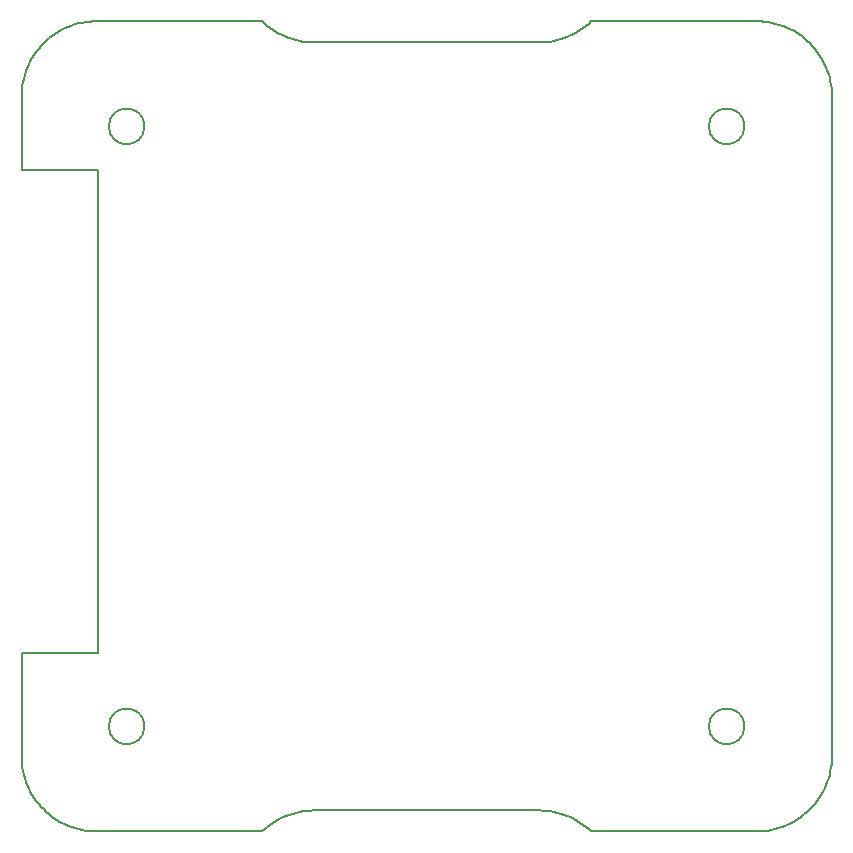
<source format=gbr>
%TF.GenerationSoftware,KiCad,Pcbnew,(7.0.0-0)*%
%TF.CreationDate,2023-06-26T00:58:41+02:00*%
%TF.ProjectId,door_bell,646f6f72-5f62-4656-9c6c-2e6b69636164,rev?*%
%TF.SameCoordinates,Original*%
%TF.FileFunction,Profile,NP*%
%FSLAX46Y46*%
G04 Gerber Fmt 4.6, Leading zero omitted, Abs format (unit mm)*
G04 Created by KiCad (PCBNEW (7.0.0-0)) date 2023-06-26 00:58:41*
%MOMM*%
%LPD*%
G01*
G04 APERTURE LIST*
%TA.AperFunction,Profile*%
%ADD10C,0.200000*%
%TD*%
G04 APERTURE END LIST*
D10*
X104936700Y-59796000D02*
X104930300Y-60113900D01*
X126245700Y-121543900D02*
X126504500Y-121384900D01*
X108308800Y-121552800D02*
X108587000Y-121692700D01*
X168410800Y-122180200D02*
X168715400Y-122111500D01*
X173540300Y-60083900D02*
X173532000Y-59756200D01*
X166140300Y-62603900D02*
G75*
G03*
X166140300Y-62603900I-1510000J0D01*
G01*
X173410900Y-58800500D02*
X173339800Y-58492300D01*
X173509100Y-116554500D02*
X173532500Y-116240300D01*
X125288600Y-53703900D02*
X111320300Y-53703900D01*
X171885600Y-55801500D02*
X171674700Y-55580300D01*
X108303000Y-54451000D02*
X108030700Y-54605600D01*
X173153800Y-57894200D02*
X173039800Y-57605000D01*
X152222700Y-121543900D02*
X152474200Y-121715500D01*
X106366700Y-56047200D02*
X106173500Y-56296600D01*
X108868000Y-54183100D02*
X108582300Y-54310100D01*
X171453400Y-55369400D02*
X171222300Y-55169100D01*
X125288600Y-122303900D02*
X125515100Y-122095700D01*
X125515100Y-53912100D02*
X125288600Y-53703900D01*
X149077900Y-120530900D02*
X149686600Y-120589900D01*
X111402400Y-66303400D02*
X111402400Y-107213400D01*
X148770300Y-120523500D02*
X149077900Y-120530900D01*
X109758100Y-53887700D02*
X109456400Y-53971700D01*
X172635200Y-119199500D02*
X172788700Y-118928200D01*
X108037400Y-121399400D02*
X108308800Y-121552800D01*
X105056700Y-117175000D02*
X105125400Y-117479800D01*
X105208800Y-117780300D02*
X105306600Y-118075900D01*
X173540300Y-115923900D02*
X173540300Y-60083900D01*
X108030700Y-54605600D02*
X107765800Y-54773600D01*
X106791300Y-55576000D02*
X106572600Y-55806900D01*
X150576200Y-120785700D02*
X150864500Y-120878700D01*
X149077900Y-55476900D02*
X148770300Y-55484300D01*
X167790900Y-122272700D02*
X168102400Y-122234000D01*
X170164600Y-121552300D02*
X170435900Y-121398800D01*
X149986800Y-120641100D02*
X150283500Y-120706400D01*
X150576200Y-55222100D02*
X150283500Y-55301400D01*
X167476700Y-122296100D02*
X167790900Y-122272700D01*
X107021100Y-55356400D02*
X106791300Y-55576000D01*
X125994200Y-121715500D02*
X126245700Y-121543900D01*
X108587000Y-121692700D02*
X108871500Y-121818700D01*
X129390400Y-120530900D02*
X129710300Y-120523900D01*
X169886400Y-121692200D02*
X170164600Y-121552300D01*
X104940900Y-116240500D02*
X104964200Y-116554900D01*
X150864500Y-120878700D02*
X151147900Y-120985400D01*
X128781700Y-55417900D02*
X128481600Y-55366700D01*
X170956000Y-121052000D02*
X171203700Y-120859100D01*
X129084800Y-120553200D02*
X129390400Y-120530900D01*
X126504500Y-121384900D02*
X126770300Y-121238600D01*
X107773400Y-121232600D02*
X108037400Y-121399400D01*
X171222300Y-55169100D02*
X170981700Y-54980000D01*
X125515100Y-122095700D02*
X125750500Y-121899500D01*
X152717800Y-121899500D02*
X152953200Y-122095700D01*
X152474200Y-121715500D02*
X152717800Y-121899500D01*
X125750500Y-54108300D02*
X125515100Y-53912100D01*
X170206700Y-54483300D02*
X169932100Y-54342500D01*
X105684600Y-118929100D02*
X105838100Y-119200500D01*
X126770300Y-121238600D02*
X127042400Y-121105400D01*
X148770300Y-55484300D02*
X129710300Y-55483900D01*
X104958800Y-59480300D02*
X104936700Y-59796000D01*
X150864500Y-55129100D02*
X150576200Y-55222100D01*
X105826600Y-56820000D02*
X105673300Y-57093100D01*
X171889800Y-120206000D02*
X172095500Y-119967300D01*
X150283500Y-55301400D02*
X149986800Y-55366700D01*
X169064600Y-54000600D02*
X168762300Y-53914700D01*
X172771500Y-57048200D02*
X172618200Y-56781500D01*
X126504500Y-54622900D02*
X126245700Y-54463900D01*
X105125400Y-117479800D02*
X105208800Y-117780300D01*
X104964200Y-116554900D02*
X105002900Y-116866600D01*
X129390400Y-55476800D02*
X129084800Y-55454600D01*
X173039800Y-57605000D02*
X172912200Y-57322800D01*
X104932400Y-66303400D02*
X111402400Y-66303400D01*
X105002900Y-116866600D02*
X105056700Y-117175000D01*
X127042400Y-54902400D02*
X126770300Y-54769100D01*
X110682400Y-122272800D02*
X110996600Y-122296100D01*
X173264500Y-117779400D02*
X173347900Y-117479000D01*
X126770300Y-54769100D02*
X126504500Y-54622900D01*
X110996600Y-122296100D02*
X111311600Y-122303900D01*
X107508900Y-54954900D02*
X107260400Y-55149200D01*
X169015800Y-122028100D02*
X169311500Y-121930300D01*
X115340300Y-62603900D02*
G75*
G03*
X115340300Y-62603900I-1510000J0D01*
G01*
X151698100Y-121238600D02*
X151963800Y-121384900D01*
X128481600Y-55366700D02*
X128184900Y-55301400D01*
X128481600Y-120641100D02*
X128781700Y-120589900D01*
X105544800Y-118650900D02*
X105684600Y-118929100D01*
X105408100Y-57659300D02*
X105296600Y-57951400D01*
X152717800Y-54108300D02*
X152474200Y-54292300D01*
X108871500Y-121818700D02*
X109161900Y-121930700D01*
X109457500Y-122028500D02*
X109757900Y-122111800D01*
X173532500Y-116240300D02*
X173540300Y-115923900D01*
X111311600Y-122303900D02*
X125288600Y-122303900D01*
X173166700Y-118075100D02*
X173264500Y-117779400D01*
X115340300Y-113403900D02*
G75*
G03*
X115340300Y-113403900I-1510000J0D01*
G01*
X105533700Y-57373100D02*
X105408100Y-57659300D01*
X128184900Y-120706400D02*
X128481600Y-120641100D01*
X153179700Y-122303900D02*
X167160300Y-122303900D01*
X172618200Y-56781500D02*
X172452500Y-56523000D01*
X151963800Y-121384900D02*
X152222700Y-121543900D01*
X105993400Y-56554300D02*
X105826600Y-56820000D01*
X167169000Y-53703900D02*
X153179700Y-53703900D01*
X169601800Y-121818300D02*
X169886400Y-121692200D01*
X129710300Y-120523900D02*
X148770300Y-120523500D01*
X169311500Y-121930300D02*
X169601800Y-121818300D01*
X105199400Y-58248700D02*
X105116900Y-58550800D01*
X172085800Y-56032700D02*
X171885600Y-55801500D01*
X106173500Y-56296600D02*
X105993400Y-56554300D01*
X107517300Y-121052700D02*
X107773400Y-121232600D01*
X170435900Y-121398800D02*
X170699900Y-121232000D01*
X151698100Y-54769100D02*
X151426000Y-54902400D01*
X172288400Y-119719600D02*
X172468400Y-119463500D01*
X151147900Y-120985400D02*
X151426000Y-121105400D01*
X127603800Y-55129100D02*
X127320400Y-55022400D01*
X152953200Y-122095700D02*
X153179700Y-122303900D01*
X107269700Y-120859800D02*
X107517300Y-121052700D01*
X105296600Y-57951400D02*
X105199400Y-58248700D01*
X168715400Y-122111500D02*
X169015800Y-122028100D01*
X107260400Y-55149200D02*
X107021100Y-55356400D01*
X129710300Y-55483900D02*
X129390400Y-55476800D01*
X168762300Y-53914700D02*
X168454100Y-53843600D01*
X167821600Y-53746900D02*
X167498100Y-53722300D01*
X128781700Y-120589900D02*
X129084800Y-120553200D01*
X125750500Y-121899500D02*
X125994200Y-121715500D01*
X105116900Y-58550800D02*
X105049100Y-58857100D01*
X107031000Y-120654200D02*
X107269700Y-120859800D01*
X173507400Y-59432800D02*
X173466900Y-59114100D01*
X173532000Y-59756200D02*
X173507400Y-59432800D01*
X151147900Y-55022400D02*
X150864500Y-55129100D01*
X149383500Y-55454600D02*
X149077900Y-55476900D01*
X110373900Y-53764300D02*
X110064100Y-53818500D01*
X105306600Y-118075900D02*
X105418700Y-118366300D01*
X106572600Y-55806900D02*
X106366700Y-56047200D01*
X172928600Y-118650000D02*
X173054700Y-118365400D01*
X166140300Y-113403900D02*
G75*
G03*
X166140300Y-113403900I-1510000J0D01*
G01*
X168140400Y-53787500D02*
X167821600Y-53746900D01*
X170699900Y-121232000D02*
X170956000Y-121052000D01*
X153179700Y-53703900D02*
X152953200Y-53912100D01*
X104927400Y-107213400D02*
X104933000Y-115923900D01*
X109456400Y-53971700D02*
X109159600Y-54070200D01*
X169360600Y-54100800D02*
X169064600Y-54000600D01*
X170981700Y-54980000D02*
X170731900Y-54802400D01*
X106185000Y-119720500D02*
X106377900Y-119968200D01*
X151426000Y-121105400D02*
X151698100Y-121238600D01*
X151963800Y-54622900D02*
X151698100Y-54769100D01*
X170473500Y-54636700D02*
X170206700Y-54483300D01*
X173254000Y-58190100D02*
X173153800Y-57894200D01*
X111320300Y-53703900D02*
X111002500Y-53701700D01*
X169932100Y-54342500D02*
X169649900Y-54214900D01*
X109161900Y-121930700D02*
X109457500Y-122028500D01*
X169649900Y-54214900D02*
X169360600Y-54100800D01*
X173470400Y-116866000D02*
X173509100Y-116554500D01*
X104933000Y-115923900D02*
X104940900Y-116240500D01*
X150283500Y-120706400D02*
X150576200Y-120785700D01*
X151426000Y-54902400D02*
X151147900Y-55022400D01*
X149686600Y-55417900D02*
X149383500Y-55454600D01*
X173347900Y-117479000D02*
X173416600Y-117174400D01*
X111002500Y-53701700D02*
X110686800Y-53725300D01*
X152953200Y-53912100D02*
X152717800Y-54108300D01*
X108582300Y-54310100D02*
X108303000Y-54451000D01*
X168454100Y-53843600D02*
X168140400Y-53787500D01*
X109159600Y-54070200D02*
X108868000Y-54183100D01*
X171442400Y-120653400D02*
X171671700Y-120435200D01*
X170731900Y-54802400D02*
X170473500Y-54636700D01*
X104930300Y-60113900D02*
X104932400Y-66303400D01*
X111402400Y-107213400D02*
X104927400Y-107213400D01*
X105049100Y-58857100D02*
X104996300Y-59167100D01*
X110370800Y-122234200D02*
X110682400Y-122272800D01*
X172274900Y-56273300D02*
X172085800Y-56032700D01*
X173416600Y-117174400D02*
X173470400Y-116866000D01*
X106583600Y-120206800D02*
X106801700Y-120436000D01*
X172788700Y-118928200D02*
X172928600Y-118650000D01*
X110686800Y-53725300D02*
X110373900Y-53764300D01*
X110064100Y-53818500D02*
X109758100Y-53887700D01*
X171671700Y-120435200D02*
X171889800Y-120206000D01*
X105418700Y-118366300D02*
X105544800Y-118650900D01*
X110062500Y-122180400D02*
X110370800Y-122234200D01*
X127320400Y-120985400D02*
X127603800Y-120878700D01*
X152474200Y-54292300D02*
X152222700Y-54463900D01*
X104996300Y-59167100D02*
X104958800Y-59480300D01*
X127892100Y-120785700D02*
X128184900Y-120706400D01*
X173054700Y-118365400D02*
X173166700Y-118075100D01*
X172095500Y-119967300D02*
X172288400Y-119719600D01*
X125994100Y-54292300D02*
X125750500Y-54108300D01*
X105673300Y-57093100D02*
X105533700Y-57373100D01*
X172912200Y-57322800D02*
X172771500Y-57048200D01*
X173339800Y-58492300D02*
X173254000Y-58190100D01*
X167160300Y-122303900D02*
X167476700Y-122296100D01*
X106377900Y-119968200D02*
X106583600Y-120206800D01*
X106801700Y-120436000D02*
X107031000Y-120654200D01*
X129084800Y-55454600D02*
X128781700Y-55417900D01*
X171203700Y-120859100D02*
X171442400Y-120653400D01*
X173466900Y-59114100D02*
X173410900Y-58800500D01*
X107765800Y-54773600D02*
X107508900Y-54954900D01*
X127603800Y-120878700D02*
X127892100Y-120785700D01*
X105838100Y-119200500D02*
X106005000Y-119464500D01*
X127892100Y-55222100D02*
X127603800Y-55129100D01*
X127042400Y-121105400D02*
X127320400Y-120985400D01*
X106005000Y-119464500D02*
X106185000Y-119720500D01*
X149686600Y-120589900D02*
X149986800Y-120641100D01*
X172452500Y-56523000D02*
X172274900Y-56273300D01*
X127320400Y-55022400D02*
X127042400Y-54902400D01*
X126245700Y-54463900D02*
X125994100Y-54292300D01*
X168102400Y-122234000D02*
X168410800Y-122180200D01*
X128184900Y-55301400D02*
X127892100Y-55222100D01*
X152222700Y-54463900D02*
X151963800Y-54622900D01*
X172468400Y-119463500D02*
X172635200Y-119199500D01*
X171674700Y-55580300D02*
X171453400Y-55369400D01*
X149986800Y-55366700D02*
X149686600Y-55417900D01*
X109757900Y-122111800D02*
X110062500Y-122180400D01*
X167498100Y-53722300D02*
X167169000Y-53703900D01*
M02*

</source>
